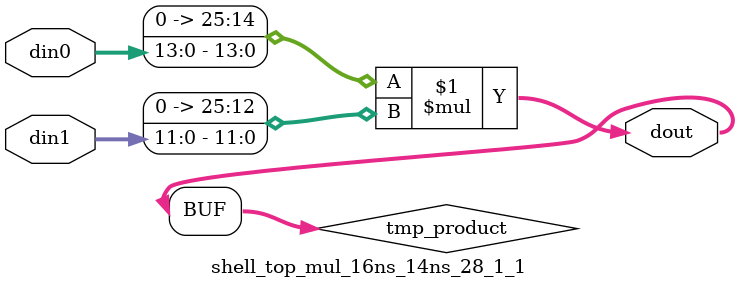
<source format=v>

`timescale 1 ns / 1 ps

  module shell_top_mul_16ns_14ns_28_1_1(din0, din1, dout);
parameter ID = 1;
parameter NUM_STAGE = 0;
parameter din0_WIDTH = 14;
parameter din1_WIDTH = 12;
parameter dout_WIDTH = 26;

input [din0_WIDTH - 1 : 0] din0; 
input [din1_WIDTH - 1 : 0] din1; 
output [dout_WIDTH - 1 : 0] dout;

wire signed [dout_WIDTH - 1 : 0] tmp_product;










assign tmp_product = $signed({1'b0, din0}) * $signed({1'b0, din1});











assign dout = tmp_product;







endmodule

</source>
